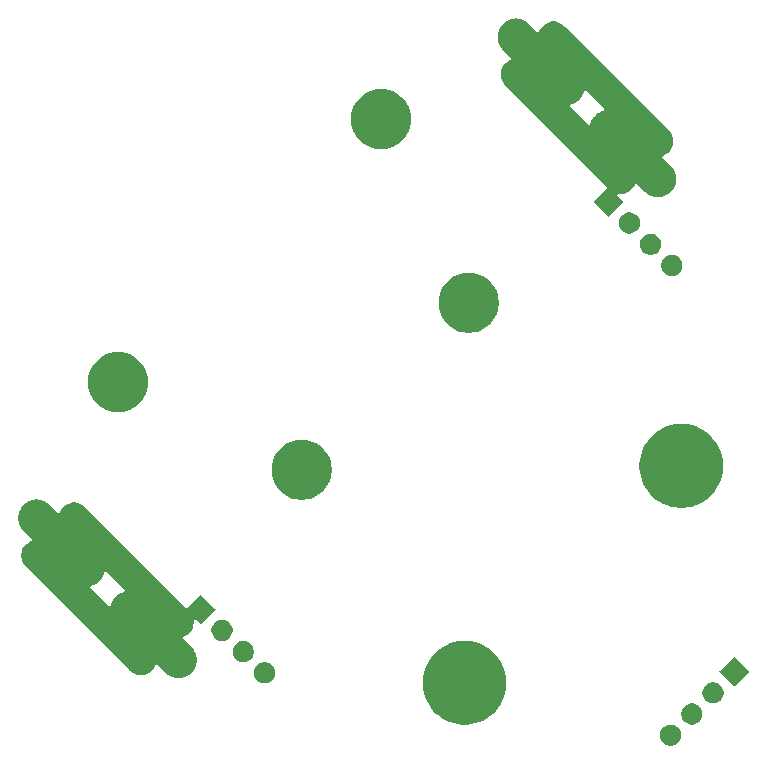
<source format=gbr>
G04 #@! TF.GenerationSoftware,KiCad,Pcbnew,9.0.2*
G04 #@! TF.CreationDate,2025-09-26T15:19:20-04:00*
G04 #@! TF.ProjectId,Trackball,54726163-6b62-4616-9c6c-2e6b69636164,rev?*
G04 #@! TF.SameCoordinates,Original*
G04 #@! TF.FileFunction,Soldermask,Top*
G04 #@! TF.FilePolarity,Negative*
%FSLAX46Y46*%
G04 Gerber Fmt 4.6, Leading zero omitted, Abs format (unit mm)*
G04 Created by KiCad (PCBNEW 9.0.2) date 2025-09-26 15:19:20*
%MOMM*%
%LPD*%
G01*
G04 APERTURE LIST*
G04 APERTURE END LIST*
G36*
X80734609Y-95532698D02*
G01*
X80897791Y-95600290D01*
X81044651Y-95698419D01*
X81169545Y-95823313D01*
X81267674Y-95970173D01*
X81335266Y-96133355D01*
X81369724Y-96306588D01*
X81369724Y-96483214D01*
X81335266Y-96656447D01*
X81267674Y-96819629D01*
X81169545Y-96966489D01*
X81044651Y-97091383D01*
X80897791Y-97189512D01*
X80734609Y-97257104D01*
X80561376Y-97291562D01*
X80384750Y-97291562D01*
X80211517Y-97257104D01*
X80048335Y-97189512D01*
X79901475Y-97091383D01*
X79776581Y-96966489D01*
X79678452Y-96819629D01*
X79610860Y-96656447D01*
X79576402Y-96483214D01*
X79576402Y-96306588D01*
X79610860Y-96133355D01*
X79678452Y-95970173D01*
X79776581Y-95823313D01*
X79901475Y-95698419D01*
X80048335Y-95600290D01*
X80211517Y-95532698D01*
X80384750Y-95498240D01*
X80561376Y-95498240D01*
X80734609Y-95532698D01*
G37*
G36*
X63552607Y-88437461D02*
G01*
X63894390Y-88505446D01*
X64227863Y-88606604D01*
X64549815Y-88739961D01*
X64857146Y-88904233D01*
X65146895Y-89097837D01*
X65416273Y-89318910D01*
X65662684Y-89565321D01*
X65883757Y-89834699D01*
X66077361Y-90124448D01*
X66241633Y-90431779D01*
X66374990Y-90753731D01*
X66476148Y-91087204D01*
X66544133Y-91428987D01*
X66578290Y-91775788D01*
X66578290Y-92124266D01*
X66544133Y-92471067D01*
X66476148Y-92812850D01*
X66374990Y-93146323D01*
X66241633Y-93468275D01*
X66077361Y-93775606D01*
X65883757Y-94065355D01*
X65662684Y-94334733D01*
X65416273Y-94581144D01*
X65146895Y-94802217D01*
X64857146Y-94995821D01*
X64549815Y-95160093D01*
X64227863Y-95293450D01*
X63894390Y-95394608D01*
X63552607Y-95462593D01*
X63205806Y-95496750D01*
X62857328Y-95496750D01*
X62510527Y-95462593D01*
X62168744Y-95394608D01*
X61835271Y-95293450D01*
X61513319Y-95160093D01*
X61205988Y-94995821D01*
X60916239Y-94802217D01*
X60646861Y-94581144D01*
X60400450Y-94334733D01*
X60179377Y-94065355D01*
X59985773Y-93775606D01*
X59821501Y-93468275D01*
X59688144Y-93146323D01*
X59586986Y-92812850D01*
X59519001Y-92471067D01*
X59484844Y-92124266D01*
X59484844Y-91775788D01*
X59519001Y-91428987D01*
X59586986Y-91087204D01*
X59688144Y-90753731D01*
X59821501Y-90431779D01*
X59985773Y-90124448D01*
X60179377Y-89834699D01*
X60400450Y-89565321D01*
X60646861Y-89318910D01*
X60916239Y-89097837D01*
X61205988Y-88904233D01*
X61513319Y-88739961D01*
X61835271Y-88606604D01*
X62168744Y-88505446D01*
X62510527Y-88437461D01*
X62857328Y-88403304D01*
X63205806Y-88403304D01*
X63552607Y-88437461D01*
G37*
G36*
X82530661Y-93736646D02*
G01*
X82693843Y-93804238D01*
X82840703Y-93902367D01*
X82965597Y-94027261D01*
X83063726Y-94174121D01*
X83131318Y-94337303D01*
X83165776Y-94510536D01*
X83165776Y-94687162D01*
X83131318Y-94860395D01*
X83063726Y-95023577D01*
X82965597Y-95170437D01*
X82840703Y-95295331D01*
X82693843Y-95393460D01*
X82530661Y-95461052D01*
X82357428Y-95495510D01*
X82180802Y-95495510D01*
X82007569Y-95461052D01*
X81844387Y-95393460D01*
X81697527Y-95295331D01*
X81572633Y-95170437D01*
X81474504Y-95023577D01*
X81406912Y-94860395D01*
X81372454Y-94687162D01*
X81372454Y-94510536D01*
X81406912Y-94337303D01*
X81474504Y-94174121D01*
X81572633Y-94027261D01*
X81697527Y-93902367D01*
X81844387Y-93804238D01*
X82007569Y-93736646D01*
X82180802Y-93702188D01*
X82357428Y-93702188D01*
X82530661Y-93736646D01*
G37*
G36*
X84326712Y-91940595D02*
G01*
X84489894Y-92008187D01*
X84636754Y-92106316D01*
X84761648Y-92231210D01*
X84859777Y-92378070D01*
X84927369Y-92541252D01*
X84961827Y-92714485D01*
X84961827Y-92891111D01*
X84927369Y-93064344D01*
X84859777Y-93227526D01*
X84761648Y-93374386D01*
X84636754Y-93499280D01*
X84489894Y-93597409D01*
X84326712Y-93665001D01*
X84153479Y-93699459D01*
X83976853Y-93699459D01*
X83803620Y-93665001D01*
X83640438Y-93597409D01*
X83493578Y-93499280D01*
X83368684Y-93374386D01*
X83270555Y-93227526D01*
X83202963Y-93064344D01*
X83168505Y-92891111D01*
X83168505Y-92714485D01*
X83202963Y-92541252D01*
X83270555Y-92378070D01*
X83368684Y-92231210D01*
X83493578Y-92106316D01*
X83640438Y-92008187D01*
X83803620Y-91940595D01*
X83976853Y-91906137D01*
X84153479Y-91906137D01*
X84326712Y-91940595D01*
G37*
G36*
X85880734Y-89757547D02*
G01*
X85897279Y-89768603D01*
X87099361Y-90970685D01*
X87110417Y-90987230D01*
X87114298Y-91006747D01*
X87110417Y-91026264D01*
X87099361Y-91042809D01*
X85897279Y-92244891D01*
X85880734Y-92255947D01*
X85861217Y-92259828D01*
X85841700Y-92255947D01*
X85825155Y-92244891D01*
X84623073Y-91042809D01*
X84612017Y-91026264D01*
X84608136Y-91006747D01*
X84612017Y-90987230D01*
X84623073Y-90970685D01*
X85486856Y-90106902D01*
X85816450Y-89777307D01*
X85816453Y-89777304D01*
X85825155Y-89768603D01*
X85841700Y-89757547D01*
X85861217Y-89753666D01*
X85880734Y-89757547D01*
G37*
G36*
X46353664Y-90247782D02*
G01*
X46516846Y-90315374D01*
X46663706Y-90413503D01*
X46788600Y-90538397D01*
X46886729Y-90685257D01*
X46954321Y-90848439D01*
X46988779Y-91021672D01*
X46988779Y-91198298D01*
X46954321Y-91371531D01*
X46886729Y-91534713D01*
X46788600Y-91681573D01*
X46663706Y-91806467D01*
X46516846Y-91904596D01*
X46353664Y-91972188D01*
X46180431Y-92006646D01*
X46003805Y-92006646D01*
X45830572Y-91972188D01*
X45667390Y-91904596D01*
X45520530Y-91806467D01*
X45395636Y-91681573D01*
X45297507Y-91534713D01*
X45229915Y-91371531D01*
X45195457Y-91198298D01*
X45195457Y-91021672D01*
X45229915Y-90848439D01*
X45297507Y-90685257D01*
X45395636Y-90538397D01*
X45520530Y-90413503D01*
X45667390Y-90315374D01*
X45830572Y-90247782D01*
X46003805Y-90213324D01*
X46180431Y-90213324D01*
X46353664Y-90247782D01*
G37*
G36*
X26902827Y-76438450D02*
G01*
X26914035Y-76438450D01*
X26969233Y-76447192D01*
X27094879Y-76463734D01*
X27125535Y-76471948D01*
X27154419Y-76476523D01*
X27209962Y-76494570D01*
X27290813Y-76516234D01*
X27342400Y-76537602D01*
X27385887Y-76551732D01*
X27426627Y-76572490D01*
X27478216Y-76593859D01*
X27550703Y-76635710D01*
X27602740Y-76662224D01*
X27626400Y-76679413D01*
X27653884Y-76695282D01*
X27754419Y-76772425D01*
X27799639Y-76805279D01*
X27811380Y-76816132D01*
X27816440Y-76820015D01*
X27881442Y-76880897D01*
X27889068Y-76887946D01*
X28608171Y-77607049D01*
X28743870Y-77574473D01*
X28772358Y-77486798D01*
X28865041Y-77304898D01*
X28985037Y-77139737D01*
X29129393Y-76995381D01*
X29294554Y-76875385D01*
X29476454Y-76782702D01*
X29670613Y-76719615D01*
X29872250Y-76687680D01*
X30076400Y-76687680D01*
X30278037Y-76719615D01*
X30472196Y-76782702D01*
X30654096Y-76875385D01*
X30819257Y-76995381D01*
X30894271Y-77064723D01*
X30895998Y-77066450D01*
X39438793Y-85609244D01*
X39542345Y-85609244D01*
X40659197Y-84492391D01*
X40659200Y-84492388D01*
X40667902Y-84483687D01*
X40684447Y-84472631D01*
X40703964Y-84468750D01*
X40723481Y-84472631D01*
X40740026Y-84483687D01*
X41942108Y-85685769D01*
X41953164Y-85702314D01*
X41957045Y-85721831D01*
X41953164Y-85741348D01*
X41942108Y-85757893D01*
X40740026Y-86959975D01*
X40723481Y-86971031D01*
X40703964Y-86974912D01*
X40684447Y-86971031D01*
X40667902Y-86959975D01*
X40257422Y-86549495D01*
X40095948Y-86631775D01*
X40110148Y-86721428D01*
X40110148Y-86925578D01*
X40078213Y-87127215D01*
X40015126Y-87321374D01*
X39922443Y-87503274D01*
X39802447Y-87668435D01*
X39658091Y-87812791D01*
X39492930Y-87932787D01*
X39311030Y-88025470D01*
X39223354Y-88053958D01*
X39190776Y-88189654D01*
X39909882Y-88908760D01*
X39916935Y-88916390D01*
X39977812Y-88981387D01*
X39981693Y-88986445D01*
X39992549Y-88998189D01*
X40025406Y-89043414D01*
X40102545Y-89143943D01*
X40118411Y-89171425D01*
X40135604Y-89195088D01*
X40162121Y-89247130D01*
X40203968Y-89319611D01*
X40225334Y-89371194D01*
X40246096Y-89411941D01*
X40260227Y-89455433D01*
X40281593Y-89507014D01*
X40303253Y-89587852D01*
X40321305Y-89643409D01*
X40325880Y-89672299D01*
X40334093Y-89702948D01*
X40350633Y-89828582D01*
X40359378Y-89883793D01*
X40359378Y-89895001D01*
X40360571Y-89904063D01*
X40360571Y-90106902D01*
X40359378Y-90115963D01*
X40359378Y-90127173D01*
X40350632Y-90182388D01*
X40334093Y-90308017D01*
X40325881Y-90338664D01*
X40321305Y-90367557D01*
X40303251Y-90423118D01*
X40281593Y-90503951D01*
X40260229Y-90555527D01*
X40246096Y-90599025D01*
X40225332Y-90639776D01*
X40203968Y-90691354D01*
X40162125Y-90763826D01*
X40135604Y-90815878D01*
X40118409Y-90839544D01*
X40102545Y-90867022D01*
X40025420Y-90967533D01*
X39992549Y-91012777D01*
X39984618Y-91020707D01*
X39979062Y-91027949D01*
X39835625Y-91171386D01*
X39828383Y-91176942D01*
X39820453Y-91184873D01*
X39775209Y-91217744D01*
X39674698Y-91294869D01*
X39647220Y-91310733D01*
X39623554Y-91327928D01*
X39571502Y-91354449D01*
X39499030Y-91396292D01*
X39447452Y-91417656D01*
X39406701Y-91438420D01*
X39363203Y-91452553D01*
X39311627Y-91473917D01*
X39230794Y-91495575D01*
X39175233Y-91513629D01*
X39146340Y-91518205D01*
X39115693Y-91526417D01*
X38990061Y-91542957D01*
X38934849Y-91551702D01*
X38923640Y-91551702D01*
X38914579Y-91552895D01*
X38711739Y-91552895D01*
X38702678Y-91551702D01*
X38691469Y-91551702D01*
X38636258Y-91542957D01*
X38510624Y-91526417D01*
X38479975Y-91518204D01*
X38451085Y-91513629D01*
X38395528Y-91495577D01*
X38314690Y-91473917D01*
X38263109Y-91452551D01*
X38219617Y-91438420D01*
X38178870Y-91417658D01*
X38127287Y-91396292D01*
X38054806Y-91354445D01*
X38002764Y-91327928D01*
X37979101Y-91310735D01*
X37951619Y-91294869D01*
X37851090Y-91217730D01*
X37805865Y-91184873D01*
X37794121Y-91174017D01*
X37789063Y-91170136D01*
X37724066Y-91109259D01*
X37716436Y-91102206D01*
X36997330Y-90383100D01*
X36861634Y-90415678D01*
X36833146Y-90503354D01*
X36740463Y-90685254D01*
X36620467Y-90850415D01*
X36476111Y-90994771D01*
X36310950Y-91114767D01*
X36129050Y-91207450D01*
X35934891Y-91270537D01*
X35733254Y-91302472D01*
X35529104Y-91302472D01*
X35327467Y-91270537D01*
X35133308Y-91207450D01*
X34951408Y-91114767D01*
X34786247Y-90994771D01*
X34711233Y-90925429D01*
X27662246Y-83876442D01*
X31342030Y-83876442D01*
X32921385Y-85455796D01*
X33059519Y-85418782D01*
X33062373Y-85400769D01*
X33080419Y-85345226D01*
X33102084Y-85264374D01*
X33123453Y-85212782D01*
X33137582Y-85169301D01*
X33158338Y-85128564D01*
X33179709Y-85076971D01*
X33221564Y-85004475D01*
X33248074Y-84952448D01*
X33265261Y-84928791D01*
X33281132Y-84901303D01*
X33358289Y-84800749D01*
X33391129Y-84755549D01*
X33399051Y-84747626D01*
X33404615Y-84740376D01*
X33548052Y-84596939D01*
X33555302Y-84591375D01*
X33563225Y-84583453D01*
X33608425Y-84550613D01*
X33708979Y-84473456D01*
X33736467Y-84457585D01*
X33760124Y-84440398D01*
X33812151Y-84413888D01*
X33884647Y-84372033D01*
X33936240Y-84350662D01*
X33976977Y-84329906D01*
X34020458Y-84315777D01*
X34072050Y-84294408D01*
X34152902Y-84272743D01*
X34208445Y-84254697D01*
X34226458Y-84251843D01*
X34263472Y-84113709D01*
X32684118Y-82534354D01*
X32545984Y-82571368D01*
X32543131Y-82589383D01*
X32525072Y-82644959D01*
X32503420Y-82725775D01*
X32482054Y-82777354D01*
X32467922Y-82820851D01*
X32447158Y-82861601D01*
X32425794Y-82913180D01*
X32383951Y-82985652D01*
X32357430Y-83037704D01*
X32340235Y-83061370D01*
X32324371Y-83088848D01*
X32247246Y-83189359D01*
X32214375Y-83234603D01*
X32206444Y-83242533D01*
X32200888Y-83249775D01*
X32057451Y-83393212D01*
X32050209Y-83398768D01*
X32042279Y-83406699D01*
X31997035Y-83439570D01*
X31896524Y-83516695D01*
X31869046Y-83532559D01*
X31845380Y-83549754D01*
X31793328Y-83576275D01*
X31720856Y-83618118D01*
X31669277Y-83639482D01*
X31628527Y-83660246D01*
X31585030Y-83674378D01*
X31533451Y-83695744D01*
X31452635Y-83717396D01*
X31397059Y-83735455D01*
X31379044Y-83738308D01*
X31342030Y-83876442D01*
X27662246Y-83876442D01*
X25872399Y-82086595D01*
X25803057Y-82011581D01*
X25683061Y-81846420D01*
X25590378Y-81664520D01*
X25527291Y-81470361D01*
X25495356Y-81268724D01*
X25495356Y-81064574D01*
X25527291Y-80862937D01*
X25590378Y-80668778D01*
X25683061Y-80486878D01*
X25803057Y-80321717D01*
X25947413Y-80177361D01*
X26112574Y-80057365D01*
X26294474Y-79964682D01*
X26382149Y-79936194D01*
X26414725Y-79800495D01*
X25695622Y-79081392D01*
X25688573Y-79073766D01*
X25627691Y-79008764D01*
X25623808Y-79003704D01*
X25612955Y-78991963D01*
X25580101Y-78946743D01*
X25502958Y-78846208D01*
X25487089Y-78818724D01*
X25469900Y-78795064D01*
X25443386Y-78743027D01*
X25401535Y-78670540D01*
X25380166Y-78618951D01*
X25359408Y-78578211D01*
X25345278Y-78534724D01*
X25323910Y-78483137D01*
X25302246Y-78402286D01*
X25284199Y-78346743D01*
X25279624Y-78317859D01*
X25271410Y-78287203D01*
X25254869Y-78161560D01*
X25246126Y-78106359D01*
X25246126Y-78095149D01*
X25244933Y-78086088D01*
X25244933Y-77883249D01*
X25246126Y-77874187D01*
X25246126Y-77862979D01*
X25254868Y-77807782D01*
X25271410Y-77682134D01*
X25279624Y-77651476D01*
X25284199Y-77622595D01*
X25302244Y-77567055D01*
X25323910Y-77486200D01*
X25345279Y-77434608D01*
X25359408Y-77391127D01*
X25380164Y-77350390D01*
X25401535Y-77298797D01*
X25443390Y-77226301D01*
X25469900Y-77174274D01*
X25487087Y-77150617D01*
X25502958Y-77123129D01*
X25580115Y-77022575D01*
X25612955Y-76977375D01*
X25620877Y-76969452D01*
X25626441Y-76962202D01*
X25769878Y-76818765D01*
X25777128Y-76813201D01*
X25785051Y-76805279D01*
X25830251Y-76772439D01*
X25930805Y-76695282D01*
X25958293Y-76679411D01*
X25981950Y-76662224D01*
X26033977Y-76635714D01*
X26106473Y-76593859D01*
X26158066Y-76572488D01*
X26198803Y-76551732D01*
X26242284Y-76537603D01*
X26293876Y-76516234D01*
X26374731Y-76494568D01*
X26430271Y-76476523D01*
X26459152Y-76471948D01*
X26489810Y-76463734D01*
X26615458Y-76447192D01*
X26670655Y-76438450D01*
X26681863Y-76438450D01*
X26690925Y-76437257D01*
X26893765Y-76437257D01*
X26902827Y-76438450D01*
G37*
G36*
X44557612Y-88451730D02*
G01*
X44720794Y-88519322D01*
X44867654Y-88617451D01*
X44992548Y-88742345D01*
X45090677Y-88889205D01*
X45158269Y-89052387D01*
X45192727Y-89225620D01*
X45192727Y-89402246D01*
X45158269Y-89575479D01*
X45090677Y-89738661D01*
X44992548Y-89885521D01*
X44867654Y-90010415D01*
X44720794Y-90108544D01*
X44557612Y-90176136D01*
X44384379Y-90210594D01*
X44207753Y-90210594D01*
X44034520Y-90176136D01*
X43871338Y-90108544D01*
X43724478Y-90010415D01*
X43599584Y-89885521D01*
X43501455Y-89738661D01*
X43433863Y-89575479D01*
X43399405Y-89402246D01*
X43399405Y-89225620D01*
X43433863Y-89052387D01*
X43501455Y-88889205D01*
X43599584Y-88742345D01*
X43724478Y-88617451D01*
X43871338Y-88519322D01*
X44034520Y-88451730D01*
X44207753Y-88417272D01*
X44384379Y-88417272D01*
X44557612Y-88451730D01*
G37*
G36*
X42761561Y-86655679D02*
G01*
X42924743Y-86723271D01*
X43071603Y-86821400D01*
X43196497Y-86946294D01*
X43294626Y-87093154D01*
X43362218Y-87256336D01*
X43396676Y-87429569D01*
X43396676Y-87606195D01*
X43362218Y-87779428D01*
X43294626Y-87942610D01*
X43196497Y-88089470D01*
X43071603Y-88214364D01*
X42924743Y-88312493D01*
X42761561Y-88380085D01*
X42588328Y-88414543D01*
X42411702Y-88414543D01*
X42238469Y-88380085D01*
X42075287Y-88312493D01*
X41928427Y-88214364D01*
X41803533Y-88089470D01*
X41705404Y-87942610D01*
X41637812Y-87779428D01*
X41603354Y-87606195D01*
X41603354Y-87429569D01*
X41637812Y-87256336D01*
X41705404Y-87093154D01*
X41803533Y-86946294D01*
X41928427Y-86821400D01*
X42075287Y-86723271D01*
X42238469Y-86655679D01*
X42411702Y-86621221D01*
X42588328Y-86621221D01*
X42761561Y-86655679D01*
G37*
G36*
X81909099Y-70080969D02*
G01*
X82250882Y-70148954D01*
X82584355Y-70250112D01*
X82906307Y-70383469D01*
X83213638Y-70547741D01*
X83503387Y-70741345D01*
X83772765Y-70962418D01*
X84019176Y-71208829D01*
X84240249Y-71478207D01*
X84433853Y-71767956D01*
X84598125Y-72075287D01*
X84731482Y-72397239D01*
X84832640Y-72730712D01*
X84900625Y-73072495D01*
X84934782Y-73419296D01*
X84934782Y-73767774D01*
X84900625Y-74114575D01*
X84832640Y-74456358D01*
X84731482Y-74789831D01*
X84598125Y-75111783D01*
X84433853Y-75419114D01*
X84240249Y-75708863D01*
X84019176Y-75978241D01*
X83772765Y-76224652D01*
X83503387Y-76445725D01*
X83213638Y-76639329D01*
X82906307Y-76803601D01*
X82584355Y-76936958D01*
X82250882Y-77038116D01*
X81909099Y-77106101D01*
X81562298Y-77140258D01*
X81213820Y-77140258D01*
X80867019Y-77106101D01*
X80525236Y-77038116D01*
X80191763Y-76936958D01*
X79869811Y-76803601D01*
X79562480Y-76639329D01*
X79272731Y-76445725D01*
X79003353Y-76224652D01*
X78756942Y-75978241D01*
X78535869Y-75708863D01*
X78342265Y-75419114D01*
X78177993Y-75111783D01*
X78044636Y-74789831D01*
X77943478Y-74456358D01*
X77875493Y-74114575D01*
X77841336Y-73767774D01*
X77841336Y-73419296D01*
X77875493Y-73072495D01*
X77943478Y-72730712D01*
X78044636Y-72397239D01*
X78177993Y-72075287D01*
X78342265Y-71767956D01*
X78535869Y-71478207D01*
X78756942Y-71208829D01*
X79003353Y-70962418D01*
X79272731Y-70741345D01*
X79562480Y-70547741D01*
X79869811Y-70383469D01*
X80191763Y-70250112D01*
X80525236Y-70148954D01*
X80867019Y-70080969D01*
X81213820Y-70046812D01*
X81562298Y-70046812D01*
X81909099Y-70080969D01*
G37*
G36*
X49670293Y-71403847D02*
G01*
X49949192Y-71467504D01*
X50219210Y-71561987D01*
X50476952Y-71686109D01*
X50719175Y-71838308D01*
X50942835Y-72016671D01*
X51145118Y-72218954D01*
X51323481Y-72442614D01*
X51475680Y-72684837D01*
X51599802Y-72942579D01*
X51694285Y-73212597D01*
X51757942Y-73491496D01*
X51789972Y-73775768D01*
X51789972Y-74061840D01*
X51757942Y-74346112D01*
X51694285Y-74625011D01*
X51599802Y-74895029D01*
X51475680Y-75152771D01*
X51323481Y-75394994D01*
X51145118Y-75618654D01*
X50942835Y-75820937D01*
X50719175Y-75999300D01*
X50476952Y-76151499D01*
X50219210Y-76275621D01*
X49949192Y-76370104D01*
X49670293Y-76433761D01*
X49386021Y-76465791D01*
X49099949Y-76465791D01*
X48815677Y-76433761D01*
X48536778Y-76370104D01*
X48266760Y-76275621D01*
X48009018Y-76151499D01*
X47766795Y-75999300D01*
X47543135Y-75820937D01*
X47340852Y-75618654D01*
X47162489Y-75394994D01*
X47010290Y-75152771D01*
X46886168Y-74895029D01*
X46791685Y-74625011D01*
X46728028Y-74346112D01*
X46695998Y-74061840D01*
X46695998Y-73775768D01*
X46728028Y-73491496D01*
X46791685Y-73212597D01*
X46886168Y-72942579D01*
X47010290Y-72684837D01*
X47162489Y-72442614D01*
X47340852Y-72218954D01*
X47543135Y-72016671D01*
X47766795Y-71838308D01*
X48009018Y-71686109D01*
X48266760Y-71561987D01*
X48536778Y-71467504D01*
X48815677Y-71403847D01*
X49099949Y-71371817D01*
X49386021Y-71371817D01*
X49670293Y-71403847D01*
G37*
G36*
X34113944Y-63979226D02*
G01*
X34392843Y-64042883D01*
X34662861Y-64137366D01*
X34920603Y-64261488D01*
X35162826Y-64413687D01*
X35386486Y-64592050D01*
X35588769Y-64794333D01*
X35767132Y-65017993D01*
X35919331Y-65260216D01*
X36043453Y-65517958D01*
X36137936Y-65787976D01*
X36201593Y-66066875D01*
X36233623Y-66351147D01*
X36233623Y-66637219D01*
X36201593Y-66921491D01*
X36137936Y-67200390D01*
X36043453Y-67470408D01*
X35919331Y-67728150D01*
X35767132Y-67970373D01*
X35588769Y-68194033D01*
X35386486Y-68396316D01*
X35162826Y-68574679D01*
X34920603Y-68726878D01*
X34662861Y-68851000D01*
X34392843Y-68945483D01*
X34113944Y-69009140D01*
X33829672Y-69041170D01*
X33543600Y-69041170D01*
X33259328Y-69009140D01*
X32980429Y-68945483D01*
X32710411Y-68851000D01*
X32452669Y-68726878D01*
X32210446Y-68574679D01*
X31986786Y-68396316D01*
X31784503Y-68194033D01*
X31606140Y-67970373D01*
X31453941Y-67728150D01*
X31329819Y-67470408D01*
X31235336Y-67200390D01*
X31171679Y-66921491D01*
X31139649Y-66637219D01*
X31139649Y-66351147D01*
X31171679Y-66066875D01*
X31235336Y-65787976D01*
X31329819Y-65517958D01*
X31453941Y-65260216D01*
X31606140Y-65017993D01*
X31784503Y-64794333D01*
X31986786Y-64592050D01*
X32210446Y-64413687D01*
X32452669Y-64261488D01*
X32710411Y-64137366D01*
X32980429Y-64042883D01*
X33259328Y-63979226D01*
X33543600Y-63947196D01*
X33829672Y-63947196D01*
X34113944Y-63979226D01*
G37*
G36*
X63812429Y-57261712D02*
G01*
X64091328Y-57325369D01*
X64361346Y-57419852D01*
X64619088Y-57543974D01*
X64861311Y-57696173D01*
X65084971Y-57874536D01*
X65287254Y-58076819D01*
X65465617Y-58300479D01*
X65617816Y-58542702D01*
X65741938Y-58800444D01*
X65836421Y-59070462D01*
X65900078Y-59349361D01*
X65932108Y-59633633D01*
X65932108Y-59919705D01*
X65900078Y-60203977D01*
X65836421Y-60482876D01*
X65741938Y-60752894D01*
X65617816Y-61010636D01*
X65465617Y-61252859D01*
X65287254Y-61476519D01*
X65084971Y-61678802D01*
X64861311Y-61857165D01*
X64619088Y-62009364D01*
X64361346Y-62133486D01*
X64091328Y-62227969D01*
X63812429Y-62291626D01*
X63528157Y-62323656D01*
X63242085Y-62323656D01*
X62957813Y-62291626D01*
X62678914Y-62227969D01*
X62408896Y-62133486D01*
X62151154Y-62009364D01*
X61908931Y-61857165D01*
X61685271Y-61678802D01*
X61482988Y-61476519D01*
X61304625Y-61252859D01*
X61152426Y-61010636D01*
X61028304Y-60752894D01*
X60933821Y-60482876D01*
X60870164Y-60203977D01*
X60838134Y-59919705D01*
X60838134Y-59633633D01*
X60870164Y-59349361D01*
X60933821Y-59070462D01*
X61028304Y-58800444D01*
X61152426Y-58542702D01*
X61304625Y-58300479D01*
X61482988Y-58076819D01*
X61685271Y-57874536D01*
X61908931Y-57696173D01*
X62151154Y-57543974D01*
X62408896Y-57419852D01*
X62678914Y-57325369D01*
X62957813Y-57261712D01*
X63242085Y-57229682D01*
X63528157Y-57229682D01*
X63812429Y-57261712D01*
G37*
G36*
X80837847Y-55763598D02*
G01*
X81001029Y-55831190D01*
X81147889Y-55929319D01*
X81272783Y-56054213D01*
X81370912Y-56201073D01*
X81438504Y-56364255D01*
X81472962Y-56537488D01*
X81472962Y-56714114D01*
X81438504Y-56887347D01*
X81370912Y-57050529D01*
X81272783Y-57197389D01*
X81147889Y-57322283D01*
X81001029Y-57420412D01*
X80837847Y-57488004D01*
X80664614Y-57522462D01*
X80487988Y-57522462D01*
X80314755Y-57488004D01*
X80151573Y-57420412D01*
X80004713Y-57322283D01*
X79879819Y-57197389D01*
X79781690Y-57050529D01*
X79714098Y-56887347D01*
X79679640Y-56714114D01*
X79679640Y-56537488D01*
X79714098Y-56364255D01*
X79781690Y-56201073D01*
X79879819Y-56054213D01*
X80004713Y-55929319D01*
X80151573Y-55831190D01*
X80314755Y-55763598D01*
X80487988Y-55729140D01*
X80664614Y-55729140D01*
X80837847Y-55763598D01*
G37*
G36*
X79041795Y-53967546D02*
G01*
X79204977Y-54035138D01*
X79351837Y-54133267D01*
X79476731Y-54258161D01*
X79574860Y-54405021D01*
X79642452Y-54568203D01*
X79676910Y-54741436D01*
X79676910Y-54918062D01*
X79642452Y-55091295D01*
X79574860Y-55254477D01*
X79476731Y-55401337D01*
X79351837Y-55526231D01*
X79204977Y-55624360D01*
X79041795Y-55691952D01*
X78868562Y-55726410D01*
X78691936Y-55726410D01*
X78518703Y-55691952D01*
X78355521Y-55624360D01*
X78208661Y-55526231D01*
X78083767Y-55401337D01*
X77985638Y-55254477D01*
X77918046Y-55091295D01*
X77883588Y-54918062D01*
X77883588Y-54741436D01*
X77918046Y-54568203D01*
X77985638Y-54405021D01*
X78083767Y-54258161D01*
X78208661Y-54133267D01*
X78355521Y-54035138D01*
X78518703Y-53967546D01*
X78691936Y-53933088D01*
X78868562Y-53933088D01*
X79041795Y-53967546D01*
G37*
G36*
X77245744Y-52171495D02*
G01*
X77408926Y-52239087D01*
X77555786Y-52337216D01*
X77680680Y-52462110D01*
X77778809Y-52608970D01*
X77846401Y-52772152D01*
X77880859Y-52945385D01*
X77880859Y-53122011D01*
X77846401Y-53295244D01*
X77778809Y-53458426D01*
X77680680Y-53605286D01*
X77555786Y-53730180D01*
X77408926Y-53828309D01*
X77245744Y-53895901D01*
X77072511Y-53930359D01*
X76895885Y-53930359D01*
X76722652Y-53895901D01*
X76559470Y-53828309D01*
X76412610Y-53730180D01*
X76287716Y-53605286D01*
X76189587Y-53458426D01*
X76121995Y-53295244D01*
X76087537Y-53122011D01*
X76087537Y-52945385D01*
X76121995Y-52772152D01*
X76189587Y-52608970D01*
X76287716Y-52462110D01*
X76412610Y-52337216D01*
X76559470Y-52239087D01*
X76722652Y-52171495D01*
X76895885Y-52137037D01*
X77072511Y-52137037D01*
X77245744Y-52171495D01*
G37*
G36*
X67490757Y-35709099D02*
G01*
X67501965Y-35709099D01*
X67557163Y-35717841D01*
X67682809Y-35734383D01*
X67713465Y-35742597D01*
X67742349Y-35747172D01*
X67797892Y-35765219D01*
X67878743Y-35786883D01*
X67930330Y-35808251D01*
X67973817Y-35822381D01*
X68014557Y-35843139D01*
X68066146Y-35864508D01*
X68138633Y-35906359D01*
X68190670Y-35932873D01*
X68214330Y-35950062D01*
X68241814Y-35965931D01*
X68342349Y-36043074D01*
X68387569Y-36075928D01*
X68399310Y-36086781D01*
X68404370Y-36090664D01*
X68469372Y-36151546D01*
X68476998Y-36158595D01*
X69196101Y-36877698D01*
X69331800Y-36845122D01*
X69360288Y-36757447D01*
X69452971Y-36575547D01*
X69572967Y-36410386D01*
X69717323Y-36266030D01*
X69882484Y-36146034D01*
X70064384Y-36053351D01*
X70258543Y-35990264D01*
X70460180Y-35958329D01*
X70664330Y-35958329D01*
X70865967Y-35990264D01*
X71060126Y-36053351D01*
X71242026Y-36146034D01*
X71407187Y-36266030D01*
X71482201Y-36335372D01*
X80321035Y-45174206D01*
X80390377Y-45249220D01*
X80510373Y-45414381D01*
X80603056Y-45596281D01*
X80666143Y-45790440D01*
X80698078Y-45992077D01*
X80698078Y-46196227D01*
X80666143Y-46397864D01*
X80603056Y-46592023D01*
X80510373Y-46773923D01*
X80390377Y-46939084D01*
X80246021Y-47083440D01*
X80080860Y-47203436D01*
X79898960Y-47296119D01*
X79811284Y-47324607D01*
X79778706Y-47460303D01*
X80497812Y-48179409D01*
X80504865Y-48187039D01*
X80565742Y-48252036D01*
X80569623Y-48257094D01*
X80580479Y-48268838D01*
X80613336Y-48314063D01*
X80690475Y-48414592D01*
X80706341Y-48442074D01*
X80723534Y-48465737D01*
X80750051Y-48517779D01*
X80791898Y-48590260D01*
X80813264Y-48641843D01*
X80834026Y-48682590D01*
X80848157Y-48726082D01*
X80869523Y-48777663D01*
X80891183Y-48858501D01*
X80909235Y-48914058D01*
X80913810Y-48942948D01*
X80922023Y-48973597D01*
X80938563Y-49099231D01*
X80947308Y-49154442D01*
X80947308Y-49165650D01*
X80948501Y-49174712D01*
X80948501Y-49377551D01*
X80947308Y-49386612D01*
X80947308Y-49397822D01*
X80938562Y-49453037D01*
X80922023Y-49578666D01*
X80913811Y-49609313D01*
X80909235Y-49638206D01*
X80891181Y-49693767D01*
X80869523Y-49774600D01*
X80848159Y-49826176D01*
X80834026Y-49869674D01*
X80813262Y-49910425D01*
X80791898Y-49962003D01*
X80750055Y-50034475D01*
X80723534Y-50086527D01*
X80706339Y-50110193D01*
X80690475Y-50137671D01*
X80613350Y-50238182D01*
X80580479Y-50283426D01*
X80572548Y-50291356D01*
X80566992Y-50298598D01*
X80423555Y-50442035D01*
X80416313Y-50447591D01*
X80408383Y-50455522D01*
X80363139Y-50488393D01*
X80262628Y-50565518D01*
X80235150Y-50581382D01*
X80211484Y-50598577D01*
X80159432Y-50625098D01*
X80086960Y-50666941D01*
X80035382Y-50688305D01*
X79994631Y-50709069D01*
X79951133Y-50723202D01*
X79899557Y-50744566D01*
X79818724Y-50766224D01*
X79763163Y-50784278D01*
X79734270Y-50788854D01*
X79703623Y-50797066D01*
X79577991Y-50813606D01*
X79522779Y-50822351D01*
X79511570Y-50822351D01*
X79502509Y-50823544D01*
X79299669Y-50823544D01*
X79290608Y-50822351D01*
X79279399Y-50822351D01*
X79224188Y-50813606D01*
X79098554Y-50797066D01*
X79067905Y-50788853D01*
X79039015Y-50784278D01*
X78983458Y-50766226D01*
X78902620Y-50744566D01*
X78851039Y-50723200D01*
X78807547Y-50709069D01*
X78766800Y-50688307D01*
X78715217Y-50666941D01*
X78642736Y-50625094D01*
X78590694Y-50598577D01*
X78567031Y-50581384D01*
X78539549Y-50565518D01*
X78439020Y-50488379D01*
X78393795Y-50455522D01*
X78382051Y-50444666D01*
X78376993Y-50440785D01*
X78311996Y-50379908D01*
X78304366Y-50372855D01*
X77585260Y-49653749D01*
X77449564Y-49686327D01*
X77421076Y-49774003D01*
X77328393Y-49955903D01*
X77208397Y-50121064D01*
X77064041Y-50265420D01*
X76898880Y-50385416D01*
X76716980Y-50478099D01*
X76522821Y-50541186D01*
X76321184Y-50573121D01*
X76117034Y-50573121D01*
X76027381Y-50558921D01*
X75945101Y-50720395D01*
X76426291Y-51201585D01*
X76437347Y-51218130D01*
X76441228Y-51237647D01*
X76437347Y-51257164D01*
X76426291Y-51273709D01*
X75224209Y-52475791D01*
X75207664Y-52486847D01*
X75188147Y-52490728D01*
X75168630Y-52486847D01*
X75152085Y-52475791D01*
X73950003Y-51273709D01*
X73938947Y-51257164D01*
X73935066Y-51237647D01*
X73938947Y-51218130D01*
X73950003Y-51201585D01*
X74484647Y-50666941D01*
X75075559Y-50076027D01*
X75075559Y-49972475D01*
X68250176Y-43147091D01*
X71929960Y-43147091D01*
X73509315Y-44726445D01*
X73647449Y-44689431D01*
X73650303Y-44671418D01*
X73668349Y-44615875D01*
X73690014Y-44535023D01*
X73711383Y-44483431D01*
X73725512Y-44439950D01*
X73746268Y-44399213D01*
X73767639Y-44347620D01*
X73809494Y-44275124D01*
X73836004Y-44223097D01*
X73853191Y-44199440D01*
X73869062Y-44171952D01*
X73946219Y-44071398D01*
X73979059Y-44026198D01*
X73986981Y-44018275D01*
X73992545Y-44011025D01*
X74135982Y-43867588D01*
X74143232Y-43862024D01*
X74151155Y-43854102D01*
X74196355Y-43821262D01*
X74296909Y-43744105D01*
X74324397Y-43728234D01*
X74348054Y-43711047D01*
X74400081Y-43684537D01*
X74472577Y-43642682D01*
X74524170Y-43621311D01*
X74564907Y-43600555D01*
X74608388Y-43586426D01*
X74659980Y-43565057D01*
X74740832Y-43543392D01*
X74796375Y-43525346D01*
X74814388Y-43522492D01*
X74851402Y-43384358D01*
X73272048Y-41805003D01*
X73133914Y-41842017D01*
X73131061Y-41860032D01*
X73113002Y-41915608D01*
X73091350Y-41996424D01*
X73069984Y-42048003D01*
X73055852Y-42091500D01*
X73035088Y-42132250D01*
X73013724Y-42183829D01*
X72971881Y-42256301D01*
X72945360Y-42308353D01*
X72928165Y-42332019D01*
X72912301Y-42359497D01*
X72835176Y-42460008D01*
X72802305Y-42505252D01*
X72794374Y-42513182D01*
X72788818Y-42520424D01*
X72645381Y-42663861D01*
X72638139Y-42669417D01*
X72630209Y-42677348D01*
X72584965Y-42710219D01*
X72484454Y-42787344D01*
X72456976Y-42803208D01*
X72433310Y-42820403D01*
X72381258Y-42846924D01*
X72308786Y-42888767D01*
X72257207Y-42910131D01*
X72216457Y-42930895D01*
X72172960Y-42945027D01*
X72121381Y-42966393D01*
X72040565Y-42988045D01*
X71984989Y-43006104D01*
X71966974Y-43008957D01*
X71929960Y-43147091D01*
X68250176Y-43147091D01*
X66462056Y-41358971D01*
X66460329Y-41357244D01*
X66390987Y-41282230D01*
X66270991Y-41117069D01*
X66178308Y-40935169D01*
X66115221Y-40741010D01*
X66083286Y-40539373D01*
X66083286Y-40335223D01*
X66115221Y-40133586D01*
X66178308Y-39939427D01*
X66270991Y-39757527D01*
X66390987Y-39592366D01*
X66535343Y-39448010D01*
X66700504Y-39328014D01*
X66882404Y-39235331D01*
X66970079Y-39206843D01*
X67002655Y-39071144D01*
X66283552Y-38352041D01*
X66276503Y-38344415D01*
X66215621Y-38279413D01*
X66211738Y-38274353D01*
X66200885Y-38262612D01*
X66168031Y-38217392D01*
X66090888Y-38116857D01*
X66075019Y-38089373D01*
X66057830Y-38065713D01*
X66031316Y-38013676D01*
X65989465Y-37941189D01*
X65968096Y-37889600D01*
X65947338Y-37848860D01*
X65933208Y-37805373D01*
X65911840Y-37753786D01*
X65890176Y-37672935D01*
X65872129Y-37617392D01*
X65867554Y-37588508D01*
X65859340Y-37557852D01*
X65842799Y-37432209D01*
X65834056Y-37377008D01*
X65834056Y-37365798D01*
X65832863Y-37356737D01*
X65832863Y-37153898D01*
X65834056Y-37144836D01*
X65834056Y-37133628D01*
X65842798Y-37078431D01*
X65859340Y-36952783D01*
X65867554Y-36922125D01*
X65872129Y-36893244D01*
X65890174Y-36837704D01*
X65911840Y-36756849D01*
X65933209Y-36705257D01*
X65947338Y-36661776D01*
X65968094Y-36621039D01*
X65989465Y-36569446D01*
X66031320Y-36496950D01*
X66057830Y-36444923D01*
X66075017Y-36421266D01*
X66090888Y-36393778D01*
X66168045Y-36293224D01*
X66200885Y-36248024D01*
X66208807Y-36240101D01*
X66214371Y-36232851D01*
X66357808Y-36089414D01*
X66365058Y-36083850D01*
X66372981Y-36075928D01*
X66418181Y-36043088D01*
X66518735Y-35965931D01*
X66546223Y-35950060D01*
X66569880Y-35932873D01*
X66621907Y-35906363D01*
X66694403Y-35864508D01*
X66745996Y-35843137D01*
X66786733Y-35822381D01*
X66830214Y-35808252D01*
X66881806Y-35786883D01*
X66962661Y-35765217D01*
X67018201Y-35747172D01*
X67047082Y-35742597D01*
X67077740Y-35734383D01*
X67203388Y-35717841D01*
X67258585Y-35709099D01*
X67269793Y-35709099D01*
X67278855Y-35707906D01*
X67481695Y-35707906D01*
X67490757Y-35709099D01*
G37*
G36*
X56387808Y-41705362D02*
G01*
X56666707Y-41769019D01*
X56936725Y-41863502D01*
X57194467Y-41987624D01*
X57436690Y-42139823D01*
X57660350Y-42318186D01*
X57862633Y-42520469D01*
X58040996Y-42744129D01*
X58193195Y-42986352D01*
X58317317Y-43244094D01*
X58411800Y-43514112D01*
X58475457Y-43793011D01*
X58507487Y-44077283D01*
X58507487Y-44363355D01*
X58475457Y-44647627D01*
X58411800Y-44926526D01*
X58317317Y-45196544D01*
X58193195Y-45454286D01*
X58040996Y-45696509D01*
X57862633Y-45920169D01*
X57660350Y-46122452D01*
X57436690Y-46300815D01*
X57194467Y-46453014D01*
X56936725Y-46577136D01*
X56666707Y-46671619D01*
X56387808Y-46735276D01*
X56103536Y-46767306D01*
X55817464Y-46767306D01*
X55533192Y-46735276D01*
X55254293Y-46671619D01*
X54984275Y-46577136D01*
X54726533Y-46453014D01*
X54484310Y-46300815D01*
X54260650Y-46122452D01*
X54058367Y-45920169D01*
X53880004Y-45696509D01*
X53727805Y-45454286D01*
X53603683Y-45196544D01*
X53509200Y-44926526D01*
X53445543Y-44647627D01*
X53413513Y-44363355D01*
X53413513Y-44077283D01*
X53445543Y-43793011D01*
X53509200Y-43514112D01*
X53603683Y-43244094D01*
X53727805Y-42986352D01*
X53880004Y-42744129D01*
X54058367Y-42520469D01*
X54260650Y-42318186D01*
X54484310Y-42139823D01*
X54726533Y-41987624D01*
X54984275Y-41863502D01*
X55254293Y-41769019D01*
X55533192Y-41705362D01*
X55817464Y-41673332D01*
X56103536Y-41673332D01*
X56387808Y-41705362D01*
G37*
M02*

</source>
